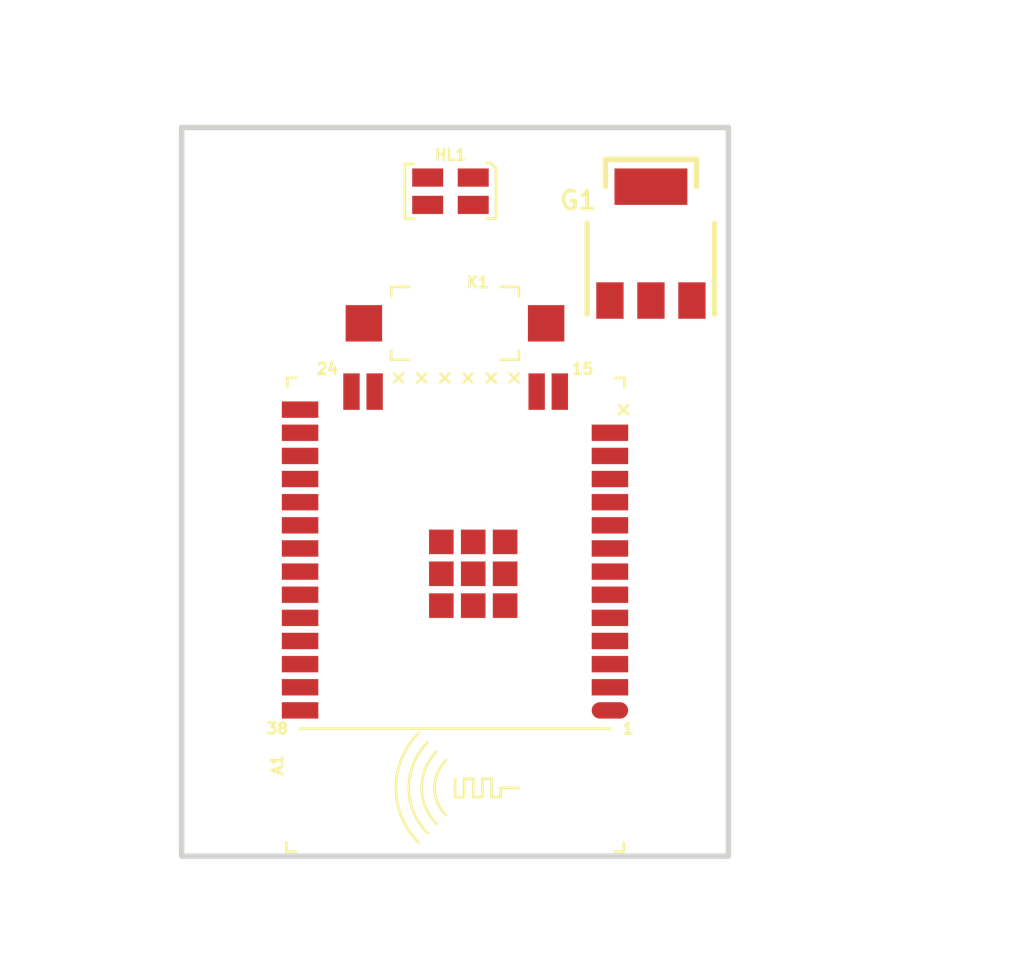
<source format=kicad_pcb>
(kicad_pcb (version 20171130) (host pcbnew "(5.1.2-1)-1")

  (general
    (thickness 1.6)
    (drawings 7)
    (tracks 0)
    (zones 0)
    (modules 4)
    (nets 2)
  )

  (page A4)
  (layers
    (0 F.Cu signal)
    (31 B.Cu signal)
    (32 B.Adhes user)
    (33 F.Adhes user)
    (34 B.Paste user)
    (35 F.Paste user)
    (36 B.SilkS user)
    (37 F.SilkS user)
    (38 B.Mask user)
    (39 F.Mask user)
    (40 Dwgs.User user)
    (41 Cmts.User user)
    (42 Eco1.User user)
    (43 Eco2.User user)
    (44 Edge.Cuts user)
    (45 Margin user)
    (46 B.CrtYd user)
    (47 F.CrtYd user)
    (48 B.Fab user)
    (49 F.Fab user)
  )

  (setup
    (last_trace_width 0.25)
    (trace_clearance 0.2)
    (zone_clearance 0.508)
    (zone_45_only no)
    (trace_min 0.2)
    (via_size 0.8)
    (via_drill 0.4)
    (via_min_size 0.4)
    (via_min_drill 0.3)
    (uvia_size 0.3)
    (uvia_drill 0.1)
    (uvias_allowed no)
    (uvia_min_size 0.2)
    (uvia_min_drill 0.1)
    (edge_width 0.05)
    (segment_width 0.2)
    (pcb_text_width 0.3)
    (pcb_text_size 1.5 1.5)
    (mod_edge_width 0.12)
    (mod_text_size 1 1)
    (mod_text_width 0.15)
    (pad_size 1.524 1.524)
    (pad_drill 0.762)
    (pad_to_mask_clearance 0.051)
    (solder_mask_min_width 0.25)
    (aux_axis_origin 0 0)
    (visible_elements FFFFFF7F)
    (pcbplotparams
      (layerselection 0x010fc_ffffffff)
      (usegerberextensions false)
      (usegerberattributes false)
      (usegerberadvancedattributes false)
      (creategerberjobfile false)
      (excludeedgelayer true)
      (linewidth 0.100000)
      (plotframeref false)
      (viasonmask false)
      (mode 1)
      (useauxorigin false)
      (hpglpennumber 1)
      (hpglpenspeed 20)
      (hpglpendiameter 15.000000)
      (psnegative false)
      (psa4output false)
      (plotreference true)
      (plotvalue true)
      (plotinvisibletext false)
      (padsonsilk false)
      (subtractmaskfromsilk false)
      (outputformat 1)
      (mirror false)
      (drillshape 1)
      (scaleselection 1)
      (outputdirectory ""))
  )

  (net 0 "")
  (net 1 "Net-(A1-Pad39)")

  (net_class Default "Это класс цепей по умолчанию."
    (clearance 0.2)
    (trace_width 0.25)
    (via_dia 0.8)
    (via_drill 0.4)
    (uvia_dia 0.3)
    (uvia_drill 0.1)
    (add_net "Net-(A1-Pad1)")
    (add_net "Net-(A1-Pad10)")
    (add_net "Net-(A1-Pad11)")
    (add_net "Net-(A1-Pad12)")
    (add_net "Net-(A1-Pad13)")
    (add_net "Net-(A1-Pad15)")
    (add_net "Net-(A1-Pad16)")
    (add_net "Net-(A1-Pad2)")
    (add_net "Net-(A1-Pad23)")
    (add_net "Net-(A1-Pad24)")
    (add_net "Net-(A1-Pad25)")
    (add_net "Net-(A1-Pad26)")
    (add_net "Net-(A1-Pad27)")
    (add_net "Net-(A1-Pad28)")
    (add_net "Net-(A1-Pad29)")
    (add_net "Net-(A1-Pad3)")
    (add_net "Net-(A1-Pad30)")
    (add_net "Net-(A1-Pad31)")
    (add_net "Net-(A1-Pad32)")
    (add_net "Net-(A1-Pad33)")
    (add_net "Net-(A1-Pad34)")
    (add_net "Net-(A1-Pad35)")
    (add_net "Net-(A1-Pad36)")
    (add_net "Net-(A1-Pad37)")
    (add_net "Net-(A1-Pad38)")
    (add_net "Net-(A1-Pad39)")
    (add_net "Net-(A1-Pad4)")
    (add_net "Net-(A1-Pad5)")
    (add_net "Net-(A1-Pad6)")
    (add_net "Net-(A1-Pad7)")
    (add_net "Net-(A1-Pad8)")
    (add_net "Net-(A1-Pad9)")
    (add_net "Net-(G1-Pad1)")
    (add_net "Net-(G1-Pad2)")
    (add_net "Net-(G1-Pad3)")
    (add_net "Net-(G1-Pad4)")
    (add_net "Net-(HL1-Pad1)")
    (add_net "Net-(HL1-Pad2)")
    (add_net "Net-(HL1-Pad3)")
    (add_net "Net-(HL1-Pad4)")
    (add_net "Net-(K1-Pad1)")
    (add_net "Net-(K1-Pad2)")
  )

  (module N_VD_HL:Транзистор_NPN_SOT223 (layer F.Cu) (tedit 5C2949AD) (tstamp 61336A65)
    (at 125.75 60.75)
    (path /6133BBFC)
    (fp_text reference G1 (at -4 -1.75) (layer F.SilkS)
      (effects (font (size 1 1) (thickness 0.2)))
    )
    (fp_text value стабилизатор_нерегулируемый_LM1117S33-SOT223 (at 0.5 5.25) (layer F.Fab)
      (effects (font (size 1 1) (thickness 0.15)))
    )
    (fp_line (start 3.5 -0.5) (end 3.5 4.5) (layer F.SilkS) (width 0.3))
    (fp_line (start -3.5 -0.5) (end -3.5 4.5) (layer F.SilkS) (width 0.3))
    (fp_line (start -2.5 -4) (end -2.5 -2.5) (layer F.SilkS) (width 0.3))
    (fp_line (start 2.5 -2.5) (end 2.5 -4) (layer F.SilkS) (width 0.3))
    (fp_line (start -2.5 -4) (end 2.5 -4) (layer F.SilkS) (width 0.3))
    (pad 4 smd rect (at 0 -2.5) (size 4 2) (layers F.Cu F.Paste F.Mask)
      (clearance 0.2))
    (pad 2 smd rect (at 0 3.75) (size 1.5 2) (layers F.Cu F.Paste F.Mask)
      (clearance 0.2))
    (pad 1 smd rect (at -2.25 3.75) (size 1.5 2) (layers F.Cu F.Paste F.Mask)
      (clearance 0.2))
    (pad 3 smd rect (at 2.25 3.75) (size 1.5 2) (layers F.Cu F.Paste F.Mask)
      (clearance 0.2))
    (model ${N_3D}/SOT-223.step
      (offset (xyz 0 -0.5 0.75))
      (scale (xyz 1 1 1))
      (rotate (xyz -90 0 180))
    )
  )

  (module N_X:Кнопка_FSMSM (layer F.Cu) (tedit 5C6ED76C) (tstamp 61335795)
    (at 110 65.75)
    (path /6133A484)
    (fp_text reference K1 (at 6.25 -2.25) (layer F.SilkS)
      (effects (font (size 0.6 0.6) (thickness 0.15)))
    )
    (fp_text value кнопка (at 0.3 2.5) (layer F.Fab)
      (effects (font (size 1 1) (thickness 0.15)))
    )
    (fp_line (start 8.5 2) (end 7.5 2) (layer F.SilkS) (width 0.15))
    (fp_line (start 8.5 1.5) (end 8.5 2) (layer F.SilkS) (width 0.15))
    (fp_line (start 1.5 2) (end 2.5 2) (layer F.SilkS) (width 0.15))
    (fp_line (start 1.5 1.5) (end 1.5 2) (layer F.SilkS) (width 0.15))
    (fp_line (start 8.5 -2) (end 7.5 -2) (layer F.SilkS) (width 0.15))
    (fp_line (start 8.5 -1.5) (end 8.5 -2) (layer F.SilkS) (width 0.15))
    (fp_line (start 1.5 -2) (end 2.5 -2) (layer F.SilkS) (width 0.15))
    (fp_line (start 1.5 -1.5) (end 1.5 -2) (layer F.SilkS) (width 0.15))
    (pad 2 smd rect (at 10 0) (size 2 2) (layers F.Cu F.Paste F.Mask))
    (pad 1 smd rect (at 0 0) (size 2 2) (layers F.Cu F.Paste F.Mask))
    (model ${N_3D}/button_FSMSM.stp
      (offset (xyz 5 0 4.5))
      (scale (xyz 1 1 1))
      (rotate (xyz 0 0 90))
    )
  )

  (module N_VD_HL:Светодиод_SMD_m3025 (layer F.Cu) (tedit 60B7DF9B) (tstamp 61334987)
    (at 116 57.75 270)
    (path /613366EC)
    (fp_text reference HL1 (at -1.25 1.25) (layer F.SilkS)
      (effects (font (size 0.6 0.6) (thickness 0.15)))
    )
    (fp_text value Светодиод_сдвоенный_KPB-3025SURKCGKC (at 2.5146 2.5976 180) (layer F.Fab)
      (effects (font (size 1 1) (thickness 0.15)))
    )
    (fp_line (start -0.8 -0.95) (end -0.5 -1.25) (layer F.SilkS) (width 0.15))
    (fp_line (start -0.8 -0.75) (end -0.8 -0.95) (layer F.SilkS) (width 0.15))
    (fp_line (start 2.25 -1.25) (end -0.5 -1.25) (layer F.SilkS) (width 0.15))
    (fp_line (start 2.25 -1.25) (end 2.25 -0.75) (layer F.SilkS) (width 0.15))
    (fp_line (start 2.25 3.75) (end 2.25 3.25) (layer F.SilkS) (width 0.15))
    (fp_line (start -0.75 3.75) (end -0.75 3.25) (layer F.SilkS) (width 0.15))
    (fp_line (start -0.75 3.75) (end 2.25 3.75) (layer F.SilkS) (width 0.15))
    (pad 4 smd rect (at 1.5 2.5) (size 1.7 1) (layers F.Cu F.Paste F.Mask)
      (clearance 0.2))
    (pad 3 smd rect (at 1.5 0) (size 1.7 1) (layers F.Cu F.Paste F.Mask)
      (clearance 0.2))
    (pad 1 smd rect (at 0 0) (size 1.7 1) (layers F.Cu F.Paste F.Mask)
      (clearance 0.2))
    (pad 2 smd rect (at 0 2.5) (size 1.7 1) (layers F.Cu F.Paste F.Mask)
      (clearance 0.2))
    (model ${N_3D}/HL/2_LED_3025.stp
      (offset (xyz 2 0.2 0))
      (scale (xyz 1 1 1))
      (rotate (xyz 0 0 180))
    )
  )

  (module N_A:ESP32_WROOM32_pnp_noSD (layer F.Cu) (tedit 611C18C8) (tstamp 61334978)
    (at 115 78 180)
    (path /613347E3)
    (attr smd)
    (fp_text reference A1 (at 9.75 -12 270) (layer F.SilkS)
      (effects (font (size 0.6 0.6) (thickness 0.15)))
    )
    (fp_text value модуль_esp32_wroom_32_SMD_noSD (at 4.95 18.4) (layer F.Fab)
      (effects (font (size 1 1) (thickness 0.15)))
    )
    (fp_line (start -9.5 7.75) (end -9 7.25) (layer F.SilkS) (width 0.15))
    (fp_line (start -9 7.75) (end -9.5 7.25) (layer F.SilkS) (width 0.15))
    (fp_line (start 3.35 9.5) (end 2.85 9) (layer F.SilkS) (width 0.15))
    (fp_line (start 2.08 9.5) (end 1.58 9) (layer F.SilkS) (width 0.15))
    (fp_line (start 0.81 9.5) (end 0.31 9) (layer F.SilkS) (width 0.15))
    (fp_line (start -0.46 9.5) (end -0.96 9) (layer F.SilkS) (width 0.15))
    (fp_line (start -1.73 9.5) (end -2.23 9) (layer F.SilkS) (width 0.15))
    (fp_line (start 2.85 9.5) (end 3.35 9) (layer F.SilkS) (width 0.15))
    (fp_line (start 1.58 9.5) (end 2.08 9) (layer F.SilkS) (width 0.15))
    (fp_line (start 0.31 9.5) (end 0.81 9) (layer F.SilkS) (width 0.15))
    (fp_line (start -0.96 9.5) (end -0.46 9) (layer F.SilkS) (width 0.15))
    (fp_line (start -2.23 9.5) (end -1.73 9) (layer F.SilkS) (width 0.15))
    (fp_line (start -3 9.5) (end -3.5 9) (layer F.SilkS) (width 0.15))
    (fp_line (start -3.5 9.5) (end -3 9) (layer F.SilkS) (width 0.15))
    (fp_text user 1 (at -9.5 -10) (layer F.SilkS)
      (effects (font (size 0.6 0.6) (thickness 0.15)))
    )
    (fp_line (start -9.5 9.5) (end 9.5 -9.5) (layer Dwgs.User) (width 0.12))
    (fp_line (start -9.5 -9.5) (end 9.5 9.5) (layer Dwgs.User) (width 0.12))
    (fp_line (start -9.5 -9.5) (end 9.5 -9.5) (layer F.CrtYd) (width 0.12))
    (fp_line (start -9.5 9.5) (end -9.5 -9.5) (layer F.CrtYd) (width 0.12))
    (fp_line (start 9.5 9.5) (end -9.5 9.5) (layer F.CrtYd) (width 0.12))
    (fp_line (start 9.5 -9.5) (end 9.5 9.5) (layer F.CrtYd) (width 0.12))
    (fp_line (start -9.25 -16.75) (end -9.25 -16.25) (layer F.SilkS) (width 0.15))
    (fp_line (start -9.25 -16.75) (end -8.75 -16.75) (layer F.SilkS) (width 0.15))
    (fp_line (start 9.25 -16.75) (end 8.75 -16.75) (layer F.SilkS) (width 0.15))
    (fp_line (start 9.25 -16.75) (end 9.25 -16.25) (layer F.SilkS) (width 0.15))
    (fp_line (start -8.5 -10) (end 8.5 -10) (layer F.SilkS) (width 0.15))
    (fp_line (start -3.5 -13.25) (end -2.5 -13.25) (layer F.SilkS) (width 0.15))
    (fp_line (start -2.5 -13.25) (end -2.5 -13.75) (layer F.SilkS) (width 0.15))
    (fp_line (start -2.5 -13.75) (end -2 -13.75) (layer F.SilkS) (width 0.15))
    (fp_line (start -2 -13.75) (end -2 -12.75) (layer F.SilkS) (width 0.15))
    (fp_line (start -2 -12.75) (end -1.5 -12.75) (layer F.SilkS) (width 0.15))
    (fp_line (start -1.5 -12.75) (end -1.5 -13.75) (layer F.SilkS) (width 0.15))
    (fp_line (start -1.5 -13.75) (end -1 -13.75) (layer F.SilkS) (width 0.15))
    (fp_line (start -1 -13.75) (end -1 -12.75) (layer F.SilkS) (width 0.15))
    (fp_line (start -1 -12.75) (end -0.5 -12.75) (layer F.SilkS) (width 0.15))
    (fp_line (start -0.5 -12.75) (end -0.5 -13.75) (layer F.SilkS) (width 0.15))
    (fp_line (start -0.5 -13.75) (end 0 -13.75) (layer F.SilkS) (width 0.15))
    (fp_line (start 0 -13.75) (end 0 -12.75) (layer F.SilkS) (width 0.15))
    (fp_arc (start -1 -13.25) (end 0.499999 -11.750001) (angle -90) (layer F.SilkS) (width 0.15))
    (fp_arc (start -1 -13.25) (end 0.999999 -11.250001) (angle -90) (layer F.SilkS) (width 0.15))
    (fp_arc (start -1 -13.25) (end 1.499999 -10.750001) (angle -90) (layer F.SilkS) (width 0.15))
    (fp_arc (start -1 -13.25) (end 1.999999 -10.250001) (angle -90) (layer F.SilkS) (width 0.15))
    (fp_text user 38 (at 9.75 -10) (layer F.SilkS)
      (effects (font (size 0.6 0.6) (thickness 0.15)))
    )
    (fp_line (start -9.3 9.25) (end -9.3 8.75) (layer F.SilkS) (width 0.15))
    (fp_line (start -9.3 9.25) (end -8.8 9.25) (layer F.SilkS) (width 0.15))
    (fp_line (start 9.2 9.25) (end 9.2 8.75) (layer F.SilkS) (width 0.15))
    (fp_line (start 9.2 9.25) (end 8.7 9.25) (layer F.SilkS) (width 0.15))
    (fp_text user ESP_wroom_32 (at -2.15 8.915) (layer F.Fab)
      (effects (font (size 1 1) (thickness 0.15)))
    )
    (fp_text user 15 (at -7 9.75) (layer F.SilkS)
      (effects (font (size 0.6 0.6) (thickness 0.15)))
    )
    (fp_text user 24 (at 7 9.75) (layer F.SilkS)
      (effects (font (size 0.6 0.6) (thickness 0.15)))
    )
    (pad 1 smd oval (at -8.5 -9 180) (size 2 0.9) (layers F.Cu F.Paste F.Mask))
    (pad 38 smd rect (at 8.5 -9 180) (size 2 0.9) (layers F.Cu F.Paste F.Mask))
    (pad 2 smd rect (at -8.5 -7.73 180) (size 2 0.9) (layers F.Cu F.Paste F.Mask))
    (pad 37 smd rect (at 8.5 -7.73 180) (size 2 0.9) (layers F.Cu F.Paste F.Mask))
    (pad 3 smd rect (at -8.5 -6.46 180) (size 2 0.9) (layers F.Cu F.Paste F.Mask))
    (pad 36 smd rect (at 8.5 -6.46 180) (size 2 0.9) (layers F.Cu F.Paste F.Mask))
    (pad 4 smd rect (at -8.5 -5.19 180) (size 2 0.9) (layers F.Cu F.Paste F.Mask))
    (pad 35 smd rect (at 8.5 -5.19 180) (size 2 0.9) (layers F.Cu F.Paste F.Mask))
    (pad 5 smd rect (at -8.5 -3.92 180) (size 2 0.9) (layers F.Cu F.Paste F.Mask))
    (pad 34 smd rect (at 8.5 -3.92 180) (size 2 0.9) (layers F.Cu F.Paste F.Mask))
    (pad 6 smd rect (at -8.5 -2.65 180) (size 2 0.9) (layers F.Cu F.Paste F.Mask))
    (pad 33 smd rect (at 8.5 -2.65 180) (size 2 0.9) (layers F.Cu F.Paste F.Mask))
    (pad 7 smd rect (at -8.5 -1.38 180) (size 2 0.9) (layers F.Cu F.Paste F.Mask))
    (pad 32 smd rect (at 8.5 -1.38 180) (size 2 0.9) (layers F.Cu F.Paste F.Mask))
    (pad 8 smd rect (at -8.5 -0.11 180) (size 2 0.9) (layers F.Cu F.Paste F.Mask))
    (pad 31 smd rect (at 8.5 -0.11 180) (size 2 0.9) (layers F.Cu F.Paste F.Mask))
    (pad 9 smd rect (at -8.5 1.16 180) (size 2 0.9) (layers F.Cu F.Paste F.Mask))
    (pad 30 smd rect (at 8.5 1.16 180) (size 2 0.9) (layers F.Cu F.Paste F.Mask))
    (pad 10 smd rect (at -8.5 2.43 180) (size 2 0.9) (layers F.Cu F.Paste F.Mask))
    (pad 29 smd rect (at 8.5 2.43 180) (size 2 0.9) (layers F.Cu F.Paste F.Mask))
    (pad 11 smd rect (at -8.5 3.7 180) (size 2 0.9) (layers F.Cu F.Paste F.Mask))
    (pad 28 smd rect (at 8.5 3.7 180) (size 2 0.9) (layers F.Cu F.Paste F.Mask))
    (pad 12 smd rect (at -8.5 4.97 180) (size 2 0.9) (layers F.Cu F.Paste F.Mask))
    (pad 27 smd rect (at 8.5 4.97 180) (size 2 0.9) (layers F.Cu F.Paste F.Mask))
    (pad 13 smd rect (at -8.5 6.24 180) (size 2 0.9) (layers F.Cu F.Paste F.Mask))
    (pad 26 smd rect (at 8.5 6.24 180) (size 2 0.9) (layers F.Cu F.Paste F.Mask))
    (pad 39 smd rect (at -1 -1.5 180) (size 1.35 1.35) (layers F.Cu F.Paste F.Mask)
      (net 1 "Net-(A1-Pad39)"))
    (pad 39 smd rect (at -1 -3.25 180) (size 1.35 1.35) (layers F.Cu F.Paste F.Mask)
      (net 1 "Net-(A1-Pad39)"))
    (pad 39 smd rect (at -1 0.25 180) (size 1.35 1.35) (layers F.Cu F.Paste F.Mask)
      (net 1 "Net-(A1-Pad39)"))
    (pad 39 smd rect (at 0.75 0.25 180) (size 1.35 1.35) (layers F.Cu F.Paste F.Mask)
      (net 1 "Net-(A1-Pad39)"))
    (pad 39 smd rect (at 0.75 -3.25 180) (size 1.35 1.35) (layers F.Cu F.Paste F.Mask)
      (net 1 "Net-(A1-Pad39)"))
    (pad 39 smd rect (at 0.75 -1.5 180) (size 1.35 1.35) (layers F.Cu F.Paste F.Mask)
      (net 1 "Net-(A1-Pad39)"))
    (pad 39 smd rect (at -2.75 0.25 180) (size 1.35 1.35) (layers F.Cu F.Paste F.Mask)
      (net 1 "Net-(A1-Pad39)"))
    (pad 39 smd rect (at -2.75 -3.25 180) (size 1.35 1.35) (layers F.Cu F.Paste F.Mask)
      (net 1 "Net-(A1-Pad39)"))
    (pad 39 smd rect (at -2.75 -1.5 180) (size 1.35 1.35) (layers F.Cu F.Paste F.Mask)
      (net 1 "Net-(A1-Pad39)"))
    (pad 25 smd rect (at 8.5 7.51 180) (size 2 0.9) (layers F.Cu F.Paste F.Mask))
    (pad 24 smd rect (at 5.68 8.5 180) (size 0.9 2) (layers F.Cu F.Paste F.Mask))
    (pad 23 smd rect (at 4.41 8.5 180) (size 0.9 2) (layers F.Cu F.Paste F.Mask))
    (pad 15 smd rect (at -5.75 8.5 180) (size 0.9 2) (layers F.Cu F.Paste F.Mask))
    (pad 16 smd rect (at -4.48 8.5 180) (size 0.9 2) (layers F.Cu F.Paste F.Mask))
    (model ${N_3D}/modules/ESP32_wroom_32.stp
      (offset (xyz -0.05 -10.95 -1.5))
      (scale (xyz 1 1 1))
      (rotate (xyz -90 0 0))
    )
  )

  (dimension 6.5 (width 0.15) (layer Dwgs.User)
    (gr_text "6.500 мм" (at 103.25 101.3) (layer Dwgs.User)
      (effects (font (size 1 1) (thickness 0.15)))
    )
    (feature1 (pts (xy 106.5 55) (xy 106.5 100.586421)))
    (feature2 (pts (xy 100 55) (xy 100 100.586421)))
    (crossbar (pts (xy 100 100) (xy 106.5 100)))
    (arrow1a (pts (xy 106.5 100) (xy 105.373496 100.586421)))
    (arrow1b (pts (xy 106.5 100) (xy 105.373496 99.413579)))
    (arrow2a (pts (xy 100 100) (xy 101.126504 100.586421)))
    (arrow2b (pts (xy 100 100) (xy 101.126504 99.413579)))
  )
  (dimension 40 (width 0.15) (layer Dwgs.User)
    (gr_text "40.000 мм" (at 93.7 75 90) (layer Dwgs.User)
      (effects (font (size 1 1) (thickness 0.15)))
    )
    (feature1 (pts (xy 100 55) (xy 94.413579 55)))
    (feature2 (pts (xy 100 95) (xy 94.413579 95)))
    (crossbar (pts (xy 95 95) (xy 95 55)))
    (arrow1a (pts (xy 95 55) (xy 95.586421 56.126504)))
    (arrow1b (pts (xy 95 55) (xy 94.413579 56.126504)))
    (arrow2a (pts (xy 95 95) (xy 95.586421 93.873496)))
    (arrow2b (pts (xy 95 95) (xy 94.413579 93.873496)))
  )
  (dimension 30 (width 0.15) (layer Dwgs.User)
    (gr_text "30,000 мм" (at 115 48.7) (layer Dwgs.User)
      (effects (font (size 1 1) (thickness 0.15)))
    )
    (feature1 (pts (xy 130 55) (xy 130 49.413579)))
    (feature2 (pts (xy 100 55) (xy 100 49.413579)))
    (crossbar (pts (xy 100 50) (xy 130 50)))
    (arrow1a (pts (xy 130 50) (xy 128.873496 50.586421)))
    (arrow1b (pts (xy 130 50) (xy 128.873496 49.413579)))
    (arrow2a (pts (xy 100 50) (xy 101.126504 50.586421)))
    (arrow2b (pts (xy 100 50) (xy 101.126504 49.413579)))
  )
  (gr_line (start 130 95) (end 100 95) (layer Edge.Cuts) (width 0.3) (tstamp 613349F4))
  (gr_line (start 130 55) (end 130 95) (layer Edge.Cuts) (width 0.3))
  (gr_line (start 100 55) (end 130 55) (layer Edge.Cuts) (width 0.3))
  (gr_line (start 100 95) (end 100 55) (layer Edge.Cuts) (width 0.3))

)

</source>
